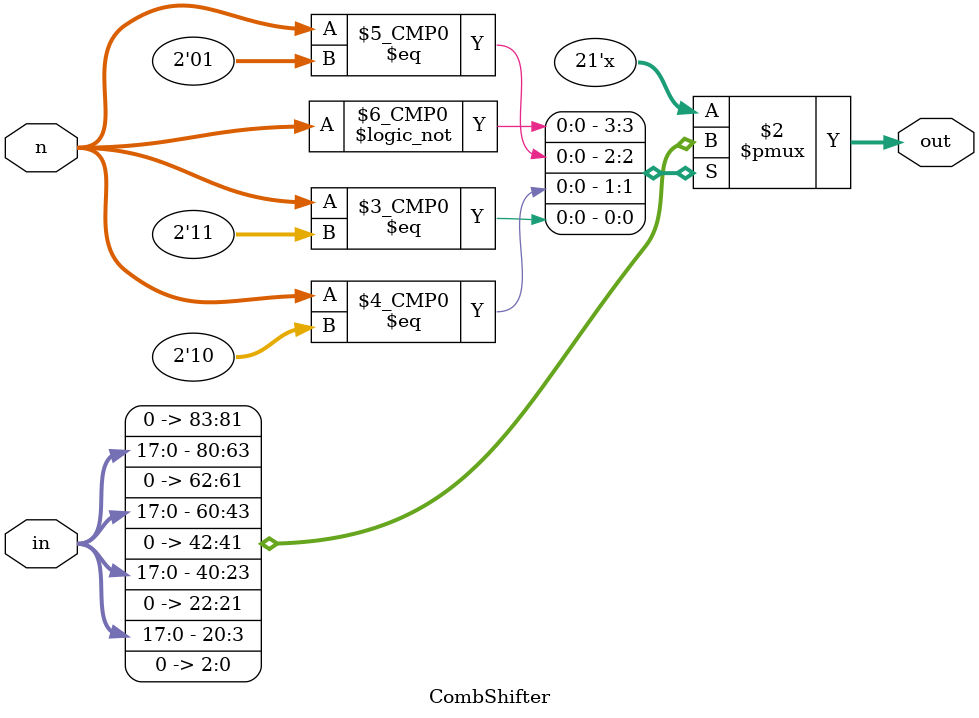
<source format=v>
module CombShifter(
    input [17:0] in, 
    input [1:0] n, 
    output reg [20:0] out
);
    always @(*) begin
        case(n)
            2'b00: out = {3'b000, in};
            2'b01: out = {2'b00, in, 1'b0};
            2'b10: out = {1'b0, in, 2'b00};
            2'b11: out = {in, 3'b000};
            default: out = {3'b000, in};
        endcase
    end

endmodule
</source>
